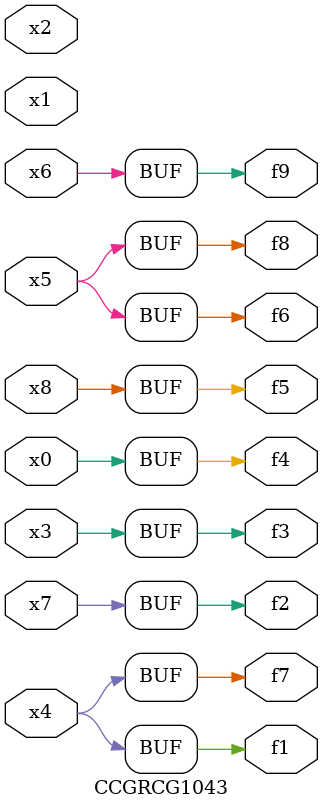
<source format=v>
module CCGRCG1043(
	input x0, x1, x2, x3, x4, x5, x6, x7, x8,
	output f1, f2, f3, f4, f5, f6, f7, f8, f9
);
	assign f1 = x4;
	assign f2 = x7;
	assign f3 = x3;
	assign f4 = x0;
	assign f5 = x8;
	assign f6 = x5;
	assign f7 = x4;
	assign f8 = x5;
	assign f9 = x6;
endmodule

</source>
